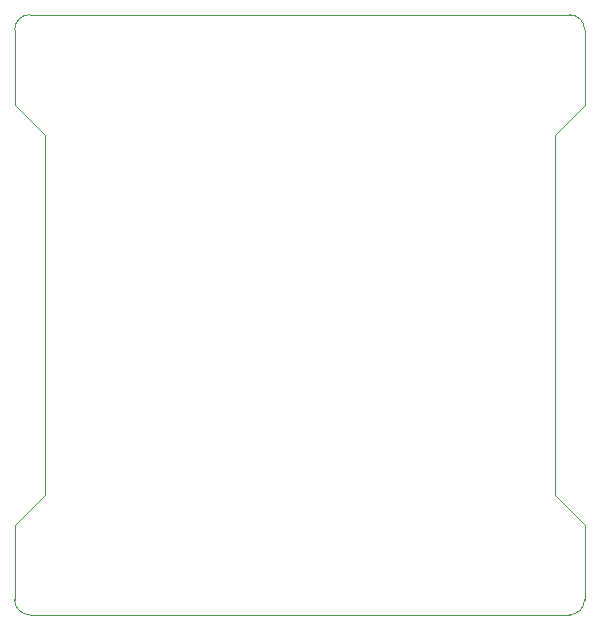
<source format=gbr>
%TF.GenerationSoftware,KiCad,Pcbnew,(5.1.10-1-10_14)*%
%TF.CreationDate,2022-01-24T14:54:24+11:00*%
%TF.ProjectId,STM32L431CBT6_BO,53544d33-324c-4343-9331-434254365f42,rev?*%
%TF.SameCoordinates,Original*%
%TF.FileFunction,Profile,NP*%
%FSLAX46Y46*%
G04 Gerber Fmt 4.6, Leading zero omitted, Abs format (unit mm)*
G04 Created by KiCad (PCBNEW (5.1.10-1-10_14)) date 2022-01-24 14:54:24*
%MOMM*%
%LPD*%
G01*
G04 APERTURE LIST*
%TA.AperFunction,Profile*%
%ADD10C,0.050000*%
%TD*%
G04 APERTURE END LIST*
D10*
X148590000Y-86360000D02*
G75*
G02*
X147320000Y-85090000I0J1270000D01*
G01*
X195580000Y-85090000D02*
G75*
G02*
X194310000Y-86360000I-1270000J0D01*
G01*
X194310000Y-35560000D02*
G75*
G02*
X195580000Y-36830000I0J-1270000D01*
G01*
X147320000Y-36830000D02*
G75*
G02*
X148590000Y-35560000I1270000J0D01*
G01*
X147320000Y-43180000D02*
X147320000Y-36830000D01*
X149860000Y-45720000D02*
X147320000Y-43180000D01*
X149860000Y-76200000D02*
X149860000Y-45720000D01*
X147320000Y-78740000D02*
X149860000Y-76200000D01*
X147320000Y-85090000D02*
X147320000Y-78740000D01*
X194310000Y-86360000D02*
X148590000Y-86360000D01*
X195580000Y-78740000D02*
X195580000Y-85090000D01*
X193040000Y-76200000D02*
X195580000Y-78740000D01*
X193040000Y-45720000D02*
X193040000Y-76200000D01*
X195580000Y-43180000D02*
X193040000Y-45720000D01*
X195580000Y-36830000D02*
X195580000Y-43180000D01*
X148590000Y-35560000D02*
X194310000Y-35560000D01*
M02*

</source>
